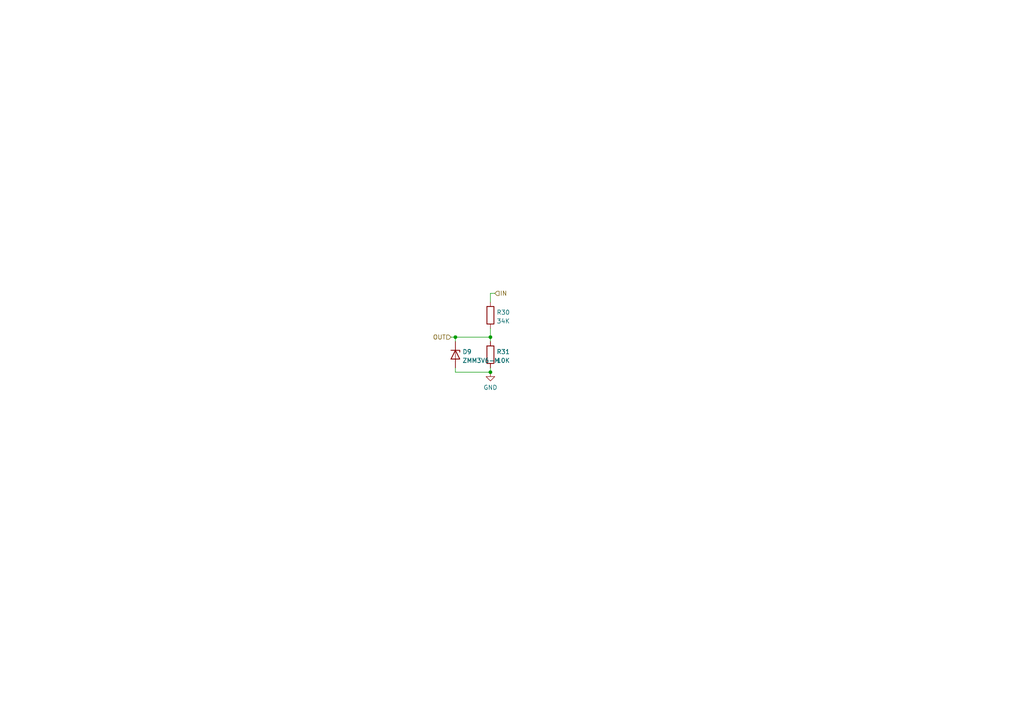
<source format=kicad_sch>
(kicad_sch (version 20211123) (generator eeschema)
  (paper "A4")
  (lib_symbols
    (symbol "Device:R" (pin_numbers hide) (pin_names (offset 0))
      (property "Reference" "R" (at 2.032 0 90))
      (property "Value" "R" (at 0 0 90))
      (symbol "R_0_1"
        (rectangle (start -1.016 -2.54) (end 1.016 2.54) (stroke (width 0.254)))
      )
      (symbol "R_1_1"
        (pin passive line (at 0 3.81 270) (length 1.27) (name "~") (number "1"))
        (pin passive line (at 0 -3.81 90) (length 1.27) (name "~") (number "2"))
      )
    )
    (symbol "Diode:ZMMxx" (pin_numbers hide) (pin_names hide)
      (property "Reference" "D" (at 0 2.54 0))
      (property "Value" "ZMMxx" (at 0 -2.54 0))
      (symbol "ZMMxx_0_1"
        (polyline (pts (xy 1.27 0) (xy -1.27 0)))
        (polyline (pts (xy -1.27 -1.27) (xy -1.27 1.27) (xy -0.762 1.27)) (stroke (width 0.254)))
        (polyline (pts (xy 1.27 -1.27) (xy 1.27 1.27) (xy -1.27 0) (xy 1.27 -1.27)) (stroke (width 0.254)))
      )
      (symbol "ZMMxx_1_1"
        (pin passive line (at -3.81 0 0) (length 2.54) (name "K") (number "1"))
        (pin passive line (at 3.81 0 180) (length 2.54) (name "A") (number "2"))
      )
    )
    (symbol "power:GND" (power) (pin_names (offset 0))
      (property "Value" "GND" (at 0 -3.81 0))
      (symbol "GND_0_1"
        (polyline (pts (xy 0 0) (xy 0 -1.27) (xy 1.27 -1.27) (xy 0 -2.54) (xy -1.27 -1.27) (xy 0 -1.27)))
      )
      (symbol "GND_1_1"
        (pin power_in line (at 0 0 270) (length 0) hide (name "GND") (number "1"))
      )
    )
  )
  (junction (at 142.24 97.79))
  (junction (at 142.24 107.95))
  (junction (at 132.08 97.79))
  (wire (pts (xy 142.24 95.25) (xy 142.24 97.79)))
  (wire (pts (xy 132.08 99.06) (xy 132.08 97.79)))
  (wire (pts (xy 142.24 107.95) (xy 132.08 107.95)))
  (wire (pts (xy 142.24 97.79) (xy 142.24 99.06)))
  (wire (pts (xy 132.08 106.68) (xy 132.08 107.95)))
  (wire (pts (xy 142.24 85.09) (xy 142.24 87.63)))
  (wire (pts (xy 130.81 97.79) (xy 132.08 97.79)))
  (wire (pts (xy 142.24 85.09) (xy 143.51 85.09)))
  (wire (pts (xy 142.24 106.68) (xy 142.24 107.95)))
  (wire (pts (xy 132.08 97.79) (xy 142.24 97.79)))
  (hierarchical_label "OUT" (shape input) (at 130.81 97.79 180))
  (hierarchical_label "IN" (shape input) (at 143.51 85.09 0))
  (symbol (lib_id "power:GND") (at 142.24 107.95 0) (unit 1)
    (property "Reference" "#PWR046" (effects hide))
    (property "Value" "GND" (at 142.24 112.3934 0))
  )
  (symbol (lib_id "Device:R") (at 142.24 102.87 0) (unit 1)
    (property "Reference" "R31" (at 144.018 102.0353 0) (effects (justify left)))
    (property "Value" "10K" (at 144.018 104.5722 0) (effects (justify left)))
    (property "Footprint" "Resistor_SMD:R_0805_2012Metric_Pad1.20x1.40mm_HandSolder" (effects hide))
  )
  (symbol (lib_id "Device:R") (at 142.24 91.44 0) (unit 1)
    (property "Reference" "R30" (at 144.018 90.6053 0) (effects (justify left)))
    (property "Value" "34K" (at 144.018 93.1422 0) (effects (justify left)))
    (property "Footprint" "Resistor_SMD:R_0805_2012Metric_Pad1.20x1.40mm_HandSolder" (effects hide))
  )
  (symbol (lib_id "Diode:ZMMxx") (at 132.08 102.87 270) (unit 1)
    (property "Reference" "D9" (at 134.112 102.0353 90) (effects (justify left)))
    (property "Value" "ZMM3V6-M" (at 134.112 104.5722 90) (effects (justify left)))
    (property "Footprint" "Diode_SMD:D_MiniMELF" (effects hide))
    (property "Datasheet" "https://diotec.com/tl_files/diotec/files/pdf/datasheets/zmm1.pdf" (effects hide))
  )
)
</source>
